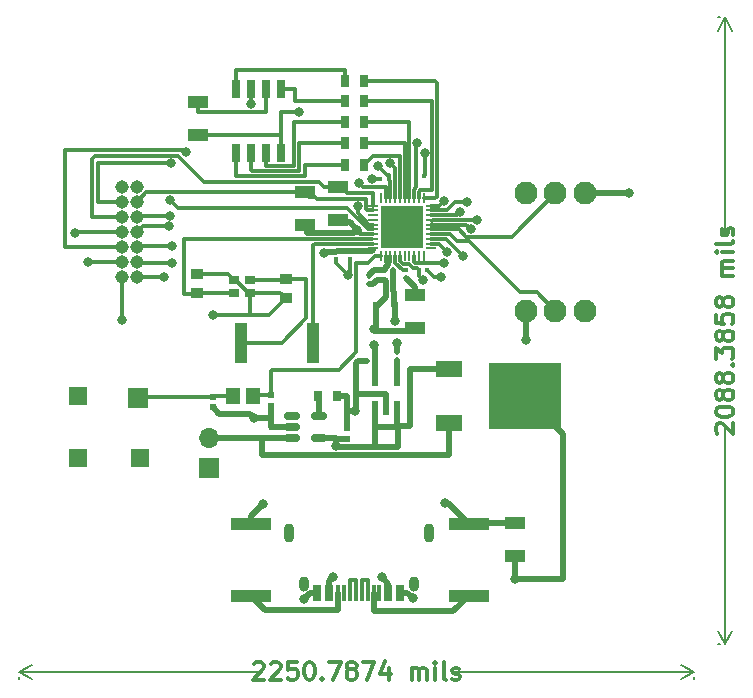
<source format=gbr>
%TF.GenerationSoftware,KiCad,Pcbnew,7.0.6*%
%TF.CreationDate,2023-08-07T11:18:25-05:00*%
%TF.ProjectId,mainv2,6d61696e-7632-42e6-9b69-6361645f7063,rev?*%
%TF.SameCoordinates,Original*%
%TF.FileFunction,Copper,L1,Top*%
%TF.FilePolarity,Positive*%
%FSLAX46Y46*%
G04 Gerber Fmt 4.6, Leading zero omitted, Abs format (unit mm)*
G04 Created by KiCad (PCBNEW 7.0.6) date 2023-08-07 11:18:25*
%MOMM*%
%LPD*%
G01*
G04 APERTURE LIST*
G04 Aperture macros list*
%AMRoundRect*
0 Rectangle with rounded corners*
0 $1 Rounding radius*
0 $2 $3 $4 $5 $6 $7 $8 $9 X,Y pos of 4 corners*
0 Add a 4 corners polygon primitive as box body*
4,1,4,$2,$3,$4,$5,$6,$7,$8,$9,$2,$3,0*
0 Add four circle primitives for the rounded corners*
1,1,$1+$1,$2,$3*
1,1,$1+$1,$4,$5*
1,1,$1+$1,$6,$7*
1,1,$1+$1,$8,$9*
0 Add four rect primitives between the rounded corners*
20,1,$1+$1,$2,$3,$4,$5,0*
20,1,$1+$1,$4,$5,$6,$7,0*
20,1,$1+$1,$6,$7,$8,$9,0*
20,1,$1+$1,$8,$9,$2,$3,0*%
G04 Aperture macros list end*
%ADD10C,0.300000*%
%TA.AperFunction,NonConductor*%
%ADD11C,0.300000*%
%TD*%
%TA.AperFunction,NonConductor*%
%ADD12C,0.200000*%
%TD*%
%TA.AperFunction,SMDPad,CuDef*%
%ADD13R,0.540000X0.940000*%
%TD*%
%TA.AperFunction,SMDPad,CuDef*%
%ADD14R,0.620000X0.600000*%
%TD*%
%TA.AperFunction,SMDPad,CuDef*%
%ADD15R,0.420000X0.420000*%
%TD*%
%TA.AperFunction,SMDPad,CuDef*%
%ADD16R,0.420000X0.460000*%
%TD*%
%TA.AperFunction,SMDPad,CuDef*%
%ADD17R,0.460000X0.420000*%
%TD*%
%TA.AperFunction,SMDPad,CuDef*%
%ADD18R,1.750000X1.100000*%
%TD*%
%TA.AperFunction,SMDPad,CuDef*%
%ADD19R,1.000000X0.950000*%
%TD*%
%TA.AperFunction,ComponentPad*%
%ADD20C,1.950000*%
%TD*%
%TA.AperFunction,SMDPad,CuDef*%
%ADD21R,0.850000X0.750000*%
%TD*%
%TA.AperFunction,ComponentPad*%
%ADD22R,1.700000X1.700000*%
%TD*%
%TA.AperFunction,ComponentPad*%
%ADD23O,1.700000X1.700000*%
%TD*%
%TA.AperFunction,SMDPad,CuDef*%
%ADD24R,0.800000X1.000000*%
%TD*%
%TA.AperFunction,SMDPad,CuDef*%
%ADD25R,3.400000X1.100000*%
%TD*%
%TA.AperFunction,SMDPad,CuDef*%
%ADD26R,0.800000X0.950000*%
%TD*%
%TA.AperFunction,SMDPad,CuDef*%
%ADD27R,0.600000X1.150000*%
%TD*%
%TA.AperFunction,SMDPad,CuDef*%
%ADD28R,2.286000X1.397000*%
%TD*%
%TA.AperFunction,SMDPad,CuDef*%
%ADD29R,6.180000X5.690000*%
%TD*%
%TA.AperFunction,ComponentPad*%
%ADD30C,1.143000*%
%TD*%
%TA.AperFunction,SMDPad,CuDef*%
%ADD31R,0.650000X1.525000*%
%TD*%
%TA.AperFunction,SMDPad,CuDef*%
%ADD32R,0.800000X1.400000*%
%TD*%
%TA.AperFunction,SMDPad,CuDef*%
%ADD33R,0.300000X1.400000*%
%TD*%
%TA.AperFunction,ComponentPad*%
%ADD34O,0.900000X1.600000*%
%TD*%
%TA.AperFunction,ComponentPad*%
%ADD35O,0.900000X1.300000*%
%TD*%
%TA.AperFunction,SMDPad,CuDef*%
%ADD36R,0.420000X0.400000*%
%TD*%
%TA.AperFunction,SMDPad,CuDef*%
%ADD37R,1.200000X1.450000*%
%TD*%
%TA.AperFunction,SMDPad,CuDef*%
%ADD38RoundRect,0.150000X-0.512500X-0.150000X0.512500X-0.150000X0.512500X0.150000X-0.512500X0.150000X0*%
%TD*%
%TA.AperFunction,SMDPad,CuDef*%
%ADD39R,0.300000X0.250000*%
%TD*%
%TA.AperFunction,SMDPad,CuDef*%
%ADD40RoundRect,0.062500X0.062500X-0.350000X0.062500X0.350000X-0.062500X0.350000X-0.062500X-0.350000X0*%
%TD*%
%TA.AperFunction,SMDPad,CuDef*%
%ADD41RoundRect,0.062500X0.350000X-0.062500X0.350000X0.062500X-0.350000X0.062500X-0.350000X-0.062500X0*%
%TD*%
%TA.AperFunction,SMDPad,CuDef*%
%ADD42R,3.600000X3.600000*%
%TD*%
%TA.AperFunction,SMDPad,CuDef*%
%ADD43R,1.700000X1.700000*%
%TD*%
%TA.AperFunction,SMDPad,CuDef*%
%ADD44R,1.600000X1.600000*%
%TD*%
%TA.AperFunction,SMDPad,CuDef*%
%ADD45R,1.070000X3.420000*%
%TD*%
%TA.AperFunction,ViaPad*%
%ADD46C,0.800000*%
%TD*%
%TA.AperFunction,ViaPad*%
%ADD47C,0.400000*%
%TD*%
%TA.AperFunction,Conductor*%
%ADD48C,0.300000*%
%TD*%
%TA.AperFunction,Conductor*%
%ADD49C,0.500000*%
%TD*%
%TA.AperFunction,Conductor*%
%ADD50C,0.250000*%
%TD*%
G04 APERTURE END LIST*
D10*
D11*
X145490716Y-126321185D02*
X145562144Y-126249757D01*
X145562144Y-126249757D02*
X145705002Y-126178328D01*
X145705002Y-126178328D02*
X146062144Y-126178328D01*
X146062144Y-126178328D02*
X146205002Y-126249757D01*
X146205002Y-126249757D02*
X146276430Y-126321185D01*
X146276430Y-126321185D02*
X146347859Y-126464042D01*
X146347859Y-126464042D02*
X146347859Y-126606900D01*
X146347859Y-126606900D02*
X146276430Y-126821185D01*
X146276430Y-126821185D02*
X145419287Y-127678328D01*
X145419287Y-127678328D02*
X146347859Y-127678328D01*
X146919287Y-126321185D02*
X146990715Y-126249757D01*
X146990715Y-126249757D02*
X147133573Y-126178328D01*
X147133573Y-126178328D02*
X147490715Y-126178328D01*
X147490715Y-126178328D02*
X147633573Y-126249757D01*
X147633573Y-126249757D02*
X147705001Y-126321185D01*
X147705001Y-126321185D02*
X147776430Y-126464042D01*
X147776430Y-126464042D02*
X147776430Y-126606900D01*
X147776430Y-126606900D02*
X147705001Y-126821185D01*
X147705001Y-126821185D02*
X146847858Y-127678328D01*
X146847858Y-127678328D02*
X147776430Y-127678328D01*
X149133572Y-126178328D02*
X148419286Y-126178328D01*
X148419286Y-126178328D02*
X148347858Y-126892614D01*
X148347858Y-126892614D02*
X148419286Y-126821185D01*
X148419286Y-126821185D02*
X148562144Y-126749757D01*
X148562144Y-126749757D02*
X148919286Y-126749757D01*
X148919286Y-126749757D02*
X149062144Y-126821185D01*
X149062144Y-126821185D02*
X149133572Y-126892614D01*
X149133572Y-126892614D02*
X149205001Y-127035471D01*
X149205001Y-127035471D02*
X149205001Y-127392614D01*
X149205001Y-127392614D02*
X149133572Y-127535471D01*
X149133572Y-127535471D02*
X149062144Y-127606900D01*
X149062144Y-127606900D02*
X148919286Y-127678328D01*
X148919286Y-127678328D02*
X148562144Y-127678328D01*
X148562144Y-127678328D02*
X148419286Y-127606900D01*
X148419286Y-127606900D02*
X148347858Y-127535471D01*
X150133572Y-126178328D02*
X150276429Y-126178328D01*
X150276429Y-126178328D02*
X150419286Y-126249757D01*
X150419286Y-126249757D02*
X150490715Y-126321185D01*
X150490715Y-126321185D02*
X150562143Y-126464042D01*
X150562143Y-126464042D02*
X150633572Y-126749757D01*
X150633572Y-126749757D02*
X150633572Y-127106900D01*
X150633572Y-127106900D02*
X150562143Y-127392614D01*
X150562143Y-127392614D02*
X150490715Y-127535471D01*
X150490715Y-127535471D02*
X150419286Y-127606900D01*
X150419286Y-127606900D02*
X150276429Y-127678328D01*
X150276429Y-127678328D02*
X150133572Y-127678328D01*
X150133572Y-127678328D02*
X149990715Y-127606900D01*
X149990715Y-127606900D02*
X149919286Y-127535471D01*
X149919286Y-127535471D02*
X149847857Y-127392614D01*
X149847857Y-127392614D02*
X149776429Y-127106900D01*
X149776429Y-127106900D02*
X149776429Y-126749757D01*
X149776429Y-126749757D02*
X149847857Y-126464042D01*
X149847857Y-126464042D02*
X149919286Y-126321185D01*
X149919286Y-126321185D02*
X149990715Y-126249757D01*
X149990715Y-126249757D02*
X150133572Y-126178328D01*
X151276428Y-127535471D02*
X151347857Y-127606900D01*
X151347857Y-127606900D02*
X151276428Y-127678328D01*
X151276428Y-127678328D02*
X151205000Y-127606900D01*
X151205000Y-127606900D02*
X151276428Y-127535471D01*
X151276428Y-127535471D02*
X151276428Y-127678328D01*
X151847857Y-126178328D02*
X152847857Y-126178328D01*
X152847857Y-126178328D02*
X152205000Y-127678328D01*
X153633571Y-126821185D02*
X153490714Y-126749757D01*
X153490714Y-126749757D02*
X153419285Y-126678328D01*
X153419285Y-126678328D02*
X153347857Y-126535471D01*
X153347857Y-126535471D02*
X153347857Y-126464042D01*
X153347857Y-126464042D02*
X153419285Y-126321185D01*
X153419285Y-126321185D02*
X153490714Y-126249757D01*
X153490714Y-126249757D02*
X153633571Y-126178328D01*
X153633571Y-126178328D02*
X153919285Y-126178328D01*
X153919285Y-126178328D02*
X154062143Y-126249757D01*
X154062143Y-126249757D02*
X154133571Y-126321185D01*
X154133571Y-126321185D02*
X154205000Y-126464042D01*
X154205000Y-126464042D02*
X154205000Y-126535471D01*
X154205000Y-126535471D02*
X154133571Y-126678328D01*
X154133571Y-126678328D02*
X154062143Y-126749757D01*
X154062143Y-126749757D02*
X153919285Y-126821185D01*
X153919285Y-126821185D02*
X153633571Y-126821185D01*
X153633571Y-126821185D02*
X153490714Y-126892614D01*
X153490714Y-126892614D02*
X153419285Y-126964042D01*
X153419285Y-126964042D02*
X153347857Y-127106900D01*
X153347857Y-127106900D02*
X153347857Y-127392614D01*
X153347857Y-127392614D02*
X153419285Y-127535471D01*
X153419285Y-127535471D02*
X153490714Y-127606900D01*
X153490714Y-127606900D02*
X153633571Y-127678328D01*
X153633571Y-127678328D02*
X153919285Y-127678328D01*
X153919285Y-127678328D02*
X154062143Y-127606900D01*
X154062143Y-127606900D02*
X154133571Y-127535471D01*
X154133571Y-127535471D02*
X154205000Y-127392614D01*
X154205000Y-127392614D02*
X154205000Y-127106900D01*
X154205000Y-127106900D02*
X154133571Y-126964042D01*
X154133571Y-126964042D02*
X154062143Y-126892614D01*
X154062143Y-126892614D02*
X153919285Y-126821185D01*
X154704999Y-126178328D02*
X155704999Y-126178328D01*
X155704999Y-126178328D02*
X155062142Y-127678328D01*
X156919285Y-126678328D02*
X156919285Y-127678328D01*
X156562142Y-126106900D02*
X156204999Y-127178328D01*
X156204999Y-127178328D02*
X157133570Y-127178328D01*
X158847855Y-127678328D02*
X158847855Y-126678328D01*
X158847855Y-126821185D02*
X158919284Y-126749757D01*
X158919284Y-126749757D02*
X159062141Y-126678328D01*
X159062141Y-126678328D02*
X159276427Y-126678328D01*
X159276427Y-126678328D02*
X159419284Y-126749757D01*
X159419284Y-126749757D02*
X159490713Y-126892614D01*
X159490713Y-126892614D02*
X159490713Y-127678328D01*
X159490713Y-126892614D02*
X159562141Y-126749757D01*
X159562141Y-126749757D02*
X159704998Y-126678328D01*
X159704998Y-126678328D02*
X159919284Y-126678328D01*
X159919284Y-126678328D02*
X160062141Y-126749757D01*
X160062141Y-126749757D02*
X160133570Y-126892614D01*
X160133570Y-126892614D02*
X160133570Y-127678328D01*
X160847855Y-127678328D02*
X160847855Y-126678328D01*
X160847855Y-126178328D02*
X160776427Y-126249757D01*
X160776427Y-126249757D02*
X160847855Y-126321185D01*
X160847855Y-126321185D02*
X160919284Y-126249757D01*
X160919284Y-126249757D02*
X160847855Y-126178328D01*
X160847855Y-126178328D02*
X160847855Y-126321185D01*
X161776427Y-127678328D02*
X161633570Y-127606900D01*
X161633570Y-127606900D02*
X161562141Y-127464042D01*
X161562141Y-127464042D02*
X161562141Y-126178328D01*
X162276427Y-127606900D02*
X162419284Y-127678328D01*
X162419284Y-127678328D02*
X162704998Y-127678328D01*
X162704998Y-127678328D02*
X162847855Y-127606900D01*
X162847855Y-127606900D02*
X162919284Y-127464042D01*
X162919284Y-127464042D02*
X162919284Y-127392614D01*
X162919284Y-127392614D02*
X162847855Y-127249757D01*
X162847855Y-127249757D02*
X162704998Y-127178328D01*
X162704998Y-127178328D02*
X162490713Y-127178328D01*
X162490713Y-127178328D02*
X162347855Y-127106900D01*
X162347855Y-127106900D02*
X162276427Y-126964042D01*
X162276427Y-126964042D02*
X162276427Y-126892614D01*
X162276427Y-126892614D02*
X162347855Y-126749757D01*
X162347855Y-126749757D02*
X162490713Y-126678328D01*
X162490713Y-126678328D02*
X162704998Y-126678328D01*
X162704998Y-126678328D02*
X162847855Y-126749757D01*
D12*
X182790000Y-127500000D02*
X182790000Y-127586420D01*
X125620000Y-127500000D02*
X125620000Y-127586420D01*
X182790000Y-127000000D02*
X162469285Y-127000000D01*
X145940716Y-127000000D02*
X125620000Y-127000000D01*
X182790000Y-127000000D02*
X181663496Y-127586421D01*
X182790000Y-127000000D02*
X181663496Y-126413579D01*
X125620000Y-127000000D02*
X126746504Y-126413579D01*
X125620000Y-127000000D02*
X126746504Y-127586421D01*
D10*
D11*
X184741185Y-106851783D02*
X184669757Y-106780355D01*
X184669757Y-106780355D02*
X184598328Y-106637498D01*
X184598328Y-106637498D02*
X184598328Y-106280355D01*
X184598328Y-106280355D02*
X184669757Y-106137498D01*
X184669757Y-106137498D02*
X184741185Y-106066069D01*
X184741185Y-106066069D02*
X184884042Y-105994640D01*
X184884042Y-105994640D02*
X185026900Y-105994640D01*
X185026900Y-105994640D02*
X185241185Y-106066069D01*
X185241185Y-106066069D02*
X186098328Y-106923212D01*
X186098328Y-106923212D02*
X186098328Y-105994640D01*
X184598328Y-105066069D02*
X184598328Y-104923212D01*
X184598328Y-104923212D02*
X184669757Y-104780355D01*
X184669757Y-104780355D02*
X184741185Y-104708927D01*
X184741185Y-104708927D02*
X184884042Y-104637498D01*
X184884042Y-104637498D02*
X185169757Y-104566069D01*
X185169757Y-104566069D02*
X185526900Y-104566069D01*
X185526900Y-104566069D02*
X185812614Y-104637498D01*
X185812614Y-104637498D02*
X185955471Y-104708927D01*
X185955471Y-104708927D02*
X186026900Y-104780355D01*
X186026900Y-104780355D02*
X186098328Y-104923212D01*
X186098328Y-104923212D02*
X186098328Y-105066069D01*
X186098328Y-105066069D02*
X186026900Y-105208927D01*
X186026900Y-105208927D02*
X185955471Y-105280355D01*
X185955471Y-105280355D02*
X185812614Y-105351784D01*
X185812614Y-105351784D02*
X185526900Y-105423212D01*
X185526900Y-105423212D02*
X185169757Y-105423212D01*
X185169757Y-105423212D02*
X184884042Y-105351784D01*
X184884042Y-105351784D02*
X184741185Y-105280355D01*
X184741185Y-105280355D02*
X184669757Y-105208927D01*
X184669757Y-105208927D02*
X184598328Y-105066069D01*
X185241185Y-103708927D02*
X185169757Y-103851784D01*
X185169757Y-103851784D02*
X185098328Y-103923213D01*
X185098328Y-103923213D02*
X184955471Y-103994641D01*
X184955471Y-103994641D02*
X184884042Y-103994641D01*
X184884042Y-103994641D02*
X184741185Y-103923213D01*
X184741185Y-103923213D02*
X184669757Y-103851784D01*
X184669757Y-103851784D02*
X184598328Y-103708927D01*
X184598328Y-103708927D02*
X184598328Y-103423213D01*
X184598328Y-103423213D02*
X184669757Y-103280356D01*
X184669757Y-103280356D02*
X184741185Y-103208927D01*
X184741185Y-103208927D02*
X184884042Y-103137498D01*
X184884042Y-103137498D02*
X184955471Y-103137498D01*
X184955471Y-103137498D02*
X185098328Y-103208927D01*
X185098328Y-103208927D02*
X185169757Y-103280356D01*
X185169757Y-103280356D02*
X185241185Y-103423213D01*
X185241185Y-103423213D02*
X185241185Y-103708927D01*
X185241185Y-103708927D02*
X185312614Y-103851784D01*
X185312614Y-103851784D02*
X185384042Y-103923213D01*
X185384042Y-103923213D02*
X185526900Y-103994641D01*
X185526900Y-103994641D02*
X185812614Y-103994641D01*
X185812614Y-103994641D02*
X185955471Y-103923213D01*
X185955471Y-103923213D02*
X186026900Y-103851784D01*
X186026900Y-103851784D02*
X186098328Y-103708927D01*
X186098328Y-103708927D02*
X186098328Y-103423213D01*
X186098328Y-103423213D02*
X186026900Y-103280356D01*
X186026900Y-103280356D02*
X185955471Y-103208927D01*
X185955471Y-103208927D02*
X185812614Y-103137498D01*
X185812614Y-103137498D02*
X185526900Y-103137498D01*
X185526900Y-103137498D02*
X185384042Y-103208927D01*
X185384042Y-103208927D02*
X185312614Y-103280356D01*
X185312614Y-103280356D02*
X185241185Y-103423213D01*
X185241185Y-102280356D02*
X185169757Y-102423213D01*
X185169757Y-102423213D02*
X185098328Y-102494642D01*
X185098328Y-102494642D02*
X184955471Y-102566070D01*
X184955471Y-102566070D02*
X184884042Y-102566070D01*
X184884042Y-102566070D02*
X184741185Y-102494642D01*
X184741185Y-102494642D02*
X184669757Y-102423213D01*
X184669757Y-102423213D02*
X184598328Y-102280356D01*
X184598328Y-102280356D02*
X184598328Y-101994642D01*
X184598328Y-101994642D02*
X184669757Y-101851785D01*
X184669757Y-101851785D02*
X184741185Y-101780356D01*
X184741185Y-101780356D02*
X184884042Y-101708927D01*
X184884042Y-101708927D02*
X184955471Y-101708927D01*
X184955471Y-101708927D02*
X185098328Y-101780356D01*
X185098328Y-101780356D02*
X185169757Y-101851785D01*
X185169757Y-101851785D02*
X185241185Y-101994642D01*
X185241185Y-101994642D02*
X185241185Y-102280356D01*
X185241185Y-102280356D02*
X185312614Y-102423213D01*
X185312614Y-102423213D02*
X185384042Y-102494642D01*
X185384042Y-102494642D02*
X185526900Y-102566070D01*
X185526900Y-102566070D02*
X185812614Y-102566070D01*
X185812614Y-102566070D02*
X185955471Y-102494642D01*
X185955471Y-102494642D02*
X186026900Y-102423213D01*
X186026900Y-102423213D02*
X186098328Y-102280356D01*
X186098328Y-102280356D02*
X186098328Y-101994642D01*
X186098328Y-101994642D02*
X186026900Y-101851785D01*
X186026900Y-101851785D02*
X185955471Y-101780356D01*
X185955471Y-101780356D02*
X185812614Y-101708927D01*
X185812614Y-101708927D02*
X185526900Y-101708927D01*
X185526900Y-101708927D02*
X185384042Y-101780356D01*
X185384042Y-101780356D02*
X185312614Y-101851785D01*
X185312614Y-101851785D02*
X185241185Y-101994642D01*
X185955471Y-101066071D02*
X186026900Y-100994642D01*
X186026900Y-100994642D02*
X186098328Y-101066071D01*
X186098328Y-101066071D02*
X186026900Y-101137499D01*
X186026900Y-101137499D02*
X185955471Y-101066071D01*
X185955471Y-101066071D02*
X186098328Y-101066071D01*
X184598328Y-100494642D02*
X184598328Y-99566070D01*
X184598328Y-99566070D02*
X185169757Y-100066070D01*
X185169757Y-100066070D02*
X185169757Y-99851785D01*
X185169757Y-99851785D02*
X185241185Y-99708928D01*
X185241185Y-99708928D02*
X185312614Y-99637499D01*
X185312614Y-99637499D02*
X185455471Y-99566070D01*
X185455471Y-99566070D02*
X185812614Y-99566070D01*
X185812614Y-99566070D02*
X185955471Y-99637499D01*
X185955471Y-99637499D02*
X186026900Y-99708928D01*
X186026900Y-99708928D02*
X186098328Y-99851785D01*
X186098328Y-99851785D02*
X186098328Y-100280356D01*
X186098328Y-100280356D02*
X186026900Y-100423213D01*
X186026900Y-100423213D02*
X185955471Y-100494642D01*
X185241185Y-98708928D02*
X185169757Y-98851785D01*
X185169757Y-98851785D02*
X185098328Y-98923214D01*
X185098328Y-98923214D02*
X184955471Y-98994642D01*
X184955471Y-98994642D02*
X184884042Y-98994642D01*
X184884042Y-98994642D02*
X184741185Y-98923214D01*
X184741185Y-98923214D02*
X184669757Y-98851785D01*
X184669757Y-98851785D02*
X184598328Y-98708928D01*
X184598328Y-98708928D02*
X184598328Y-98423214D01*
X184598328Y-98423214D02*
X184669757Y-98280357D01*
X184669757Y-98280357D02*
X184741185Y-98208928D01*
X184741185Y-98208928D02*
X184884042Y-98137499D01*
X184884042Y-98137499D02*
X184955471Y-98137499D01*
X184955471Y-98137499D02*
X185098328Y-98208928D01*
X185098328Y-98208928D02*
X185169757Y-98280357D01*
X185169757Y-98280357D02*
X185241185Y-98423214D01*
X185241185Y-98423214D02*
X185241185Y-98708928D01*
X185241185Y-98708928D02*
X185312614Y-98851785D01*
X185312614Y-98851785D02*
X185384042Y-98923214D01*
X185384042Y-98923214D02*
X185526900Y-98994642D01*
X185526900Y-98994642D02*
X185812614Y-98994642D01*
X185812614Y-98994642D02*
X185955471Y-98923214D01*
X185955471Y-98923214D02*
X186026900Y-98851785D01*
X186026900Y-98851785D02*
X186098328Y-98708928D01*
X186098328Y-98708928D02*
X186098328Y-98423214D01*
X186098328Y-98423214D02*
X186026900Y-98280357D01*
X186026900Y-98280357D02*
X185955471Y-98208928D01*
X185955471Y-98208928D02*
X185812614Y-98137499D01*
X185812614Y-98137499D02*
X185526900Y-98137499D01*
X185526900Y-98137499D02*
X185384042Y-98208928D01*
X185384042Y-98208928D02*
X185312614Y-98280357D01*
X185312614Y-98280357D02*
X185241185Y-98423214D01*
X184598328Y-96780357D02*
X184598328Y-97494643D01*
X184598328Y-97494643D02*
X185312614Y-97566071D01*
X185312614Y-97566071D02*
X185241185Y-97494643D01*
X185241185Y-97494643D02*
X185169757Y-97351786D01*
X185169757Y-97351786D02*
X185169757Y-96994643D01*
X185169757Y-96994643D02*
X185241185Y-96851786D01*
X185241185Y-96851786D02*
X185312614Y-96780357D01*
X185312614Y-96780357D02*
X185455471Y-96708928D01*
X185455471Y-96708928D02*
X185812614Y-96708928D01*
X185812614Y-96708928D02*
X185955471Y-96780357D01*
X185955471Y-96780357D02*
X186026900Y-96851786D01*
X186026900Y-96851786D02*
X186098328Y-96994643D01*
X186098328Y-96994643D02*
X186098328Y-97351786D01*
X186098328Y-97351786D02*
X186026900Y-97494643D01*
X186026900Y-97494643D02*
X185955471Y-97566071D01*
X185241185Y-95851786D02*
X185169757Y-95994643D01*
X185169757Y-95994643D02*
X185098328Y-96066072D01*
X185098328Y-96066072D02*
X184955471Y-96137500D01*
X184955471Y-96137500D02*
X184884042Y-96137500D01*
X184884042Y-96137500D02*
X184741185Y-96066072D01*
X184741185Y-96066072D02*
X184669757Y-95994643D01*
X184669757Y-95994643D02*
X184598328Y-95851786D01*
X184598328Y-95851786D02*
X184598328Y-95566072D01*
X184598328Y-95566072D02*
X184669757Y-95423215D01*
X184669757Y-95423215D02*
X184741185Y-95351786D01*
X184741185Y-95351786D02*
X184884042Y-95280357D01*
X184884042Y-95280357D02*
X184955471Y-95280357D01*
X184955471Y-95280357D02*
X185098328Y-95351786D01*
X185098328Y-95351786D02*
X185169757Y-95423215D01*
X185169757Y-95423215D02*
X185241185Y-95566072D01*
X185241185Y-95566072D02*
X185241185Y-95851786D01*
X185241185Y-95851786D02*
X185312614Y-95994643D01*
X185312614Y-95994643D02*
X185384042Y-96066072D01*
X185384042Y-96066072D02*
X185526900Y-96137500D01*
X185526900Y-96137500D02*
X185812614Y-96137500D01*
X185812614Y-96137500D02*
X185955471Y-96066072D01*
X185955471Y-96066072D02*
X186026900Y-95994643D01*
X186026900Y-95994643D02*
X186098328Y-95851786D01*
X186098328Y-95851786D02*
X186098328Y-95566072D01*
X186098328Y-95566072D02*
X186026900Y-95423215D01*
X186026900Y-95423215D02*
X185955471Y-95351786D01*
X185955471Y-95351786D02*
X185812614Y-95280357D01*
X185812614Y-95280357D02*
X185526900Y-95280357D01*
X185526900Y-95280357D02*
X185384042Y-95351786D01*
X185384042Y-95351786D02*
X185312614Y-95423215D01*
X185312614Y-95423215D02*
X185241185Y-95566072D01*
X186098328Y-93494644D02*
X185098328Y-93494644D01*
X185241185Y-93494644D02*
X185169757Y-93423215D01*
X185169757Y-93423215D02*
X185098328Y-93280358D01*
X185098328Y-93280358D02*
X185098328Y-93066072D01*
X185098328Y-93066072D02*
X185169757Y-92923215D01*
X185169757Y-92923215D02*
X185312614Y-92851787D01*
X185312614Y-92851787D02*
X186098328Y-92851787D01*
X185312614Y-92851787D02*
X185169757Y-92780358D01*
X185169757Y-92780358D02*
X185098328Y-92637501D01*
X185098328Y-92637501D02*
X185098328Y-92423215D01*
X185098328Y-92423215D02*
X185169757Y-92280358D01*
X185169757Y-92280358D02*
X185312614Y-92208929D01*
X185312614Y-92208929D02*
X186098328Y-92208929D01*
X186098328Y-91494644D02*
X185098328Y-91494644D01*
X184598328Y-91494644D02*
X184669757Y-91566072D01*
X184669757Y-91566072D02*
X184741185Y-91494644D01*
X184741185Y-91494644D02*
X184669757Y-91423215D01*
X184669757Y-91423215D02*
X184598328Y-91494644D01*
X184598328Y-91494644D02*
X184741185Y-91494644D01*
X186098328Y-90566072D02*
X186026900Y-90708929D01*
X186026900Y-90708929D02*
X185884042Y-90780358D01*
X185884042Y-90780358D02*
X184598328Y-90780358D01*
X186026900Y-90066072D02*
X186098328Y-89923215D01*
X186098328Y-89923215D02*
X186098328Y-89637501D01*
X186098328Y-89637501D02*
X186026900Y-89494644D01*
X186026900Y-89494644D02*
X185884042Y-89423215D01*
X185884042Y-89423215D02*
X185812614Y-89423215D01*
X185812614Y-89423215D02*
X185669757Y-89494644D01*
X185669757Y-89494644D02*
X185598328Y-89637501D01*
X185598328Y-89637501D02*
X185598328Y-89851787D01*
X185598328Y-89851787D02*
X185526900Y-89994644D01*
X185526900Y-89994644D02*
X185384042Y-90066072D01*
X185384042Y-90066072D02*
X185312614Y-90066072D01*
X185312614Y-90066072D02*
X185169757Y-89994644D01*
X185169757Y-89994644D02*
X185098328Y-89851787D01*
X185098328Y-89851787D02*
X185098328Y-89637501D01*
X185098328Y-89637501D02*
X185169757Y-89494644D01*
D12*
X184920000Y-124660000D02*
X184833580Y-124660000D01*
X184920000Y-71615000D02*
X184833580Y-71615000D01*
X185420000Y-124660000D02*
X185420000Y-106401784D01*
X185420000Y-89873215D02*
X185420000Y-71615000D01*
X185420000Y-124660000D02*
X184833579Y-123533496D01*
X185420000Y-124660000D02*
X186006421Y-123533496D01*
X185420000Y-71615000D02*
X186006421Y-72741504D01*
X185420000Y-71615000D02*
X184833579Y-72741504D01*
D13*
%TO.P,C4,1*%
%TO.N,+3.3V*%
X155860000Y-96100000D03*
%TO.P,C4,2*%
%TO.N,GND*%
X157460000Y-96100000D03*
%TD*%
D14*
%TO.P,C16,1*%
%TO.N,Net-(J2-Pin_2)*%
X147000000Y-107210000D03*
%TO.P,C16,2*%
%TO.N,GND*%
X147000000Y-106290000D03*
%TD*%
D15*
%TO.P,C1,1*%
%TO.N,Net-(C1-Pad1)*%
X156580000Y-93000000D03*
%TO.P,C1,2*%
%TO.N,GND*%
X157280000Y-93000000D03*
%TD*%
D16*
%TO.P,C13,1*%
%TO.N,GND*%
X157630000Y-99980000D03*
%TO.P,C13,2*%
%TO.N,Net-(IC1-ADJ{slash}BYP)*%
X157630000Y-100640000D03*
%TD*%
D15*
%TO.P,C11,1*%
%TO.N,GND*%
X159950000Y-84070000D03*
%TO.P,C11,2*%
%TO.N,/VDD_SPI*%
X159250000Y-84070000D03*
%TD*%
D14*
%TO.P,C15,1*%
%TO.N,VBUS*%
X153380000Y-107270000D03*
%TO.P,C15,2*%
%TO.N,GND*%
X153380000Y-106350000D03*
%TD*%
D17*
%TO.P,C12,1*%
%TO.N,GND*%
X159905000Y-85045000D03*
%TO.P,C12,2*%
%TO.N,/VDD_SPI*%
X159245000Y-85045000D03*
%TD*%
D18*
%TO.P,R13,1*%
%TO.N,VBUS*%
X167580000Y-117230000D03*
%TO.P,R13,2*%
%TO.N,GND*%
X167580000Y-114430000D03*
%TD*%
D19*
%TO.P,C10,1*%
%TO.N,/XTAL_N*%
X140670000Y-94970000D03*
%TO.P,C10,2*%
%TO.N,GND*%
X140670000Y-93370000D03*
%TD*%
D18*
%TO.P,R15,1*%
%TO.N,+3.3V*%
X159170000Y-97880000D03*
%TO.P,R15,2*%
%TO.N,Net-(C17-Pad1)*%
X159170000Y-95080000D03*
%TD*%
D15*
%TO.P,C5,1*%
%TO.N,+3.3V*%
X159480000Y-93000000D03*
%TO.P,C5,2*%
%TO.N,GND*%
X160180000Y-93000000D03*
%TD*%
D20*
%TO.P,S1,1,N.O._1*%
%TO.N,+3.3V*%
X173530000Y-86480000D03*
%TO.P,S1,2,C_1*%
%TO.N,Net-(S1-C_1)*%
X171030000Y-86480000D03*
%TO.P,S1,3,N.C._1*%
%TO.N,GND*%
X168530000Y-86480000D03*
%TO.P,S1,4,N.C._2*%
%TO.N,+3.3V*%
X168530000Y-96480000D03*
%TO.P,S1,5,C_2*%
%TO.N,Net-(S1-C_2)*%
X171030000Y-96480000D03*
%TO.P,S1,6,N.O._2*%
%TO.N,unconnected-(S1-N.O._2-Pad6)*%
X173530000Y-96480000D03*
%TD*%
D17*
%TO.P,C14,1*%
%TO.N,+3.3V*%
X155720000Y-100690000D03*
%TO.P,C14,2*%
%TO.N,GND*%
X155060000Y-100690000D03*
%TD*%
D21*
%TO.P,Y2,1,IN/OUT*%
%TO.N,Net-(Y2-IN{slash}OUT)*%
X145140000Y-93860000D03*
%TO.P,Y2,2,GND_1*%
%TO.N,GND*%
X143790000Y-93860000D03*
%TO.P,Y2,3,OUT/IN*%
%TO.N,/XTAL_N*%
X143790000Y-94910000D03*
%TO.P,Y2,4,GND_2*%
%TO.N,GND*%
X145140000Y-94910000D03*
%TD*%
D22*
%TO.P,J2,1,Pin_1*%
%TO.N,GND*%
X141720000Y-109800000D03*
D23*
%TO.P,J2,2,Pin_2*%
%TO.N,Net-(J2-Pin_2)*%
X141720000Y-107260000D03*
%TD*%
D18*
%TO.P,R9,1*%
%TO.N,+3.3V*%
X149790000Y-89220000D03*
%TO.P,R9,2*%
%TO.N,/I2CEXT0_SDA_in*%
X149790000Y-86420000D03*
%TD*%
D24*
%TO.P,R2,1*%
%TO.N,/SPIWP*%
X153200000Y-78660000D03*
%TO.P,R2,2*%
%TO.N,Net-(U1-SPIWP{slash}GPIO26)*%
X154800000Y-78660000D03*
%TD*%
D15*
%TO.P,C2,1*%
%TO.N,+3.3V*%
X156670000Y-94890000D03*
%TO.P,C2,2*%
%TO.N,GND*%
X157370000Y-94890000D03*
%TD*%
D25*
%TO.P,R11,1*%
%TO.N,GND*%
X163700000Y-114470000D03*
%TO.P,R11,2*%
%TO.N,Net-(J1-CC1)*%
X163700000Y-120570000D03*
%TD*%
D18*
%TO.P,R7,1*%
%TO.N,/SPICS0*%
X140770000Y-81560000D03*
%TO.P,R7,2*%
%TO.N,Net-(IC3-VCC)*%
X140770000Y-78760000D03*
%TD*%
D15*
%TO.P,C6,1*%
%TO.N,+3.3V*%
X156910000Y-85310000D03*
%TO.P,C6,2*%
%TO.N,GND*%
X156210000Y-85310000D03*
%TD*%
D26*
%TO.P,R12,1*%
%TO.N,Net-(U2-PROG)*%
X150910000Y-103660000D03*
%TO.P,R12,2*%
%TO.N,GND*%
X152510000Y-103660000D03*
%TD*%
D27*
%TO.P,IC1,1,VIN*%
%TO.N,VBUS*%
X155710000Y-104690000D03*
%TO.P,IC1,2,GND*%
%TO.N,GND*%
X156660000Y-104690000D03*
%TO.P,IC1,3,EN*%
%TO.N,VBUS*%
X157610000Y-104690000D03*
%TO.P,IC1,4,ADJ/BYP*%
%TO.N,Net-(IC1-ADJ{slash}BYP)*%
X157610000Y-102190000D03*
%TO.P,IC1,5,VOUT*%
%TO.N,+3.3V*%
X155710000Y-102190000D03*
%TD*%
D28*
%TO.P,Q1,1,D*%
%TO.N,VBUS*%
X162017000Y-101404000D03*
D29*
%TO.P,Q1,2,G*%
X168453000Y-103690000D03*
D28*
%TO.P,Q1,3,S*%
%TO.N,Net-(J2-Pin_2)*%
X162017000Y-105976000D03*
%TD*%
D14*
%TO.P,C18,1*%
%TO.N,GND*%
X146980000Y-104530000D03*
%TO.P,C18,2*%
%TO.N,Net-(U1-ANT)*%
X146980000Y-103610000D03*
%TD*%
D19*
%TO.P,C9,1*%
%TO.N,Net-(Y2-IN{slash}OUT)*%
X148220000Y-93780000D03*
%TO.P,C9,2*%
%TO.N,GND*%
X148220000Y-95380000D03*
%TD*%
D30*
%TO.P,J4,1,1*%
%TO.N,/VDD_SPI*%
X135580000Y-93570000D03*
%TO.P,J4,2,2*%
%TO.N,GND*%
X134310000Y-93570000D03*
%TO.P,J4,3,3*%
%TO.N,/FSPIQ*%
X135580000Y-92300000D03*
%TO.P,J4,4,4*%
%TO.N,/FSPID*%
X134310000Y-92300000D03*
%TO.P,J4,5,5*%
%TO.N,/FSPICLK*%
X135580000Y-91030000D03*
%TO.P,J4,6,6*%
%TO.N,/FSPICS0*%
X134310000Y-91030000D03*
%TO.P,J4,7,7*%
%TO.N,/D{slash}C*%
X135580000Y-89760000D03*
%TO.P,J4,8,8*%
%TO.N,/LCD_RST*%
X134310000Y-89760000D03*
%TO.P,J4,9,9*%
%TO.N,/LCD_BL*%
X135580000Y-88490000D03*
%TO.P,J4,10,10*%
%TO.N,/I2CEXT0_SCL_in*%
X134310000Y-88490000D03*
%TO.P,J4,11,11*%
%TO.N,/I2CEXT0_SDA_in*%
X135580000Y-87220000D03*
%TO.P,J4,12,12*%
%TO.N,/TP_INT*%
X134310000Y-87220000D03*
%TO.P,J4,13,13*%
%TO.N,/TP_RST*%
X135580000Y-85950000D03*
%TO.P,J4,14,14*%
%TO.N,unconnected-(J4-Pad14)*%
X134310000Y-85950000D03*
%TD*%
D16*
%TO.P,C17,1*%
%TO.N,Net-(C17-Pad1)*%
X158400000Y-93680000D03*
%TO.P,C17,2*%
%TO.N,Net-(U1-CHIP_PU)*%
X158400000Y-93020000D03*
%TD*%
D31*
%TO.P,IC3,1,SI*%
%TO.N,/SPID*%
X143985000Y-83102000D03*
%TO.P,IC3,2,SCK*%
%TO.N,/SPICLK*%
X145255000Y-83102000D03*
%TO.P,IC3,3,~{RESET}*%
%TO.N,/SPIHD*%
X146525000Y-83102000D03*
%TO.P,IC3,4,~{CS}*%
%TO.N,/SPICS0*%
X147795000Y-83102000D03*
%TO.P,IC3,5,~{WP}*%
%TO.N,/SPIWP*%
X147795000Y-77678000D03*
%TO.P,IC3,6,VCC*%
%TO.N,Net-(IC3-VCC)*%
X146525000Y-77678000D03*
%TO.P,IC3,7,GND*%
%TO.N,GND*%
X145255000Y-77678000D03*
%TO.P,IC3,8,SO*%
%TO.N,/SPIQ*%
X143985000Y-77678000D03*
%TD*%
D32*
%TO.P,J1,A1_B12,GND*%
%TO.N,GND*%
X157880000Y-120340000D03*
%TO.P,J1,A4_B9,VBUS*%
%TO.N,VBUS*%
X156880000Y-120340000D03*
D33*
%TO.P,J1,A5,CC1*%
%TO.N,Net-(J1-CC1)*%
X155630000Y-120340000D03*
%TO.P,J1,A6,D1+*%
%TO.N,/D1+*%
X154630000Y-120340000D03*
%TO.P,J1,A7,D1-*%
%TO.N,/D1-*%
X154130000Y-120340000D03*
%TO.P,J1,A8,SBU1*%
%TO.N,unconnected-(J1-SBU1-PadA8)*%
X153130000Y-120340000D03*
D32*
%TO.P,J1,A9_B4,VBUS*%
%TO.N,VBUS*%
X151880000Y-120340000D03*
%TO.P,J1,A12_B1,GND*%
%TO.N,GND*%
X150880000Y-120340000D03*
D33*
%TO.P,J1,B5,CC2*%
%TO.N,Net-(J1-CC2)*%
X152630000Y-120340000D03*
%TO.P,J1,B6,D2+*%
%TO.N,/D1-*%
X153630000Y-120340000D03*
%TO.P,J1,B7,D2-*%
%TO.N,/D1+*%
X155130000Y-120340000D03*
%TO.P,J1,B8,SBU2*%
%TO.N,unconnected-(J1-SBU2-PadB8)*%
X156130000Y-120340000D03*
D34*
%TO.P,J1,S1,SHELL_GND*%
%TO.N,GND*%
X160300000Y-115240000D03*
%TO.P,J1,S2,SHELL_GND*%
X148460000Y-115240000D03*
D35*
%TO.P,J1,S3,SHELL_GND*%
X159030000Y-119560000D03*
%TO.P,J1,S4,SHELL_GND*%
X149730000Y-119560000D03*
%TD*%
D36*
%TO.P,C8,1*%
%TO.N,+3.3V*%
X152470000Y-91480000D03*
%TO.P,C8,2*%
%TO.N,GND*%
X152470000Y-92040000D03*
%TD*%
D37*
%TO.P,L2,1,1*%
%TO.N,/ANT*%
X143730000Y-103660000D03*
%TO.P,L2,2,2*%
%TO.N,Net-(U1-ANT)*%
X145430000Y-103660000D03*
%TD*%
D14*
%TO.P,C19,1*%
%TO.N,GND*%
X142020000Y-104640000D03*
%TO.P,C19,2*%
%TO.N,/ANT*%
X142020000Y-103720000D03*
%TD*%
D16*
%TO.P,C7,1*%
%TO.N,+3.3V*%
X153610000Y-91390000D03*
%TO.P,C7,2*%
%TO.N,GND*%
X153610000Y-92050000D03*
%TD*%
D17*
%TO.P,C3,1*%
%TO.N,+3.3V*%
X156610000Y-93850000D03*
%TO.P,C3,2*%
%TO.N,GND*%
X157270000Y-93850000D03*
%TD*%
D18*
%TO.P,R8,1*%
%TO.N,+3.3V*%
X152630000Y-88780000D03*
%TO.P,R8,2*%
%TO.N,/I2CEXT0_SCL_in*%
X152630000Y-85980000D03*
%TD*%
D25*
%TO.P,R14,1*%
%TO.N,Net-(J1-CC2)*%
X145290000Y-120610000D03*
%TO.P,R14,2*%
%TO.N,GND*%
X145290000Y-114510000D03*
%TD*%
D38*
%TO.P,U2,1,STAT*%
%TO.N,unconnected-(U2-STAT-Pad1)*%
X148732500Y-105360000D03*
%TO.P,U2,2,V_{SS}*%
%TO.N,GND*%
X148732500Y-106310000D03*
%TO.P,U2,3,V_{BAT}*%
%TO.N,Net-(J2-Pin_2)*%
X148732500Y-107260000D03*
%TO.P,U2,4,V_{DD}*%
%TO.N,VBUS*%
X151007500Y-107260000D03*
%TO.P,U2,5,PROG*%
%TO.N,Net-(U2-PROG)*%
X151007500Y-105360000D03*
%TD*%
D24*
%TO.P,R3,1*%
%TO.N,/SPIHD*%
X153220000Y-80440000D03*
%TO.P,R3,2*%
%TO.N,Net-(U1-SPIHD{slash}GPIO28)*%
X154820000Y-80440000D03*
%TD*%
D39*
%TO.P,L1,1,1*%
%TO.N,+3.3V*%
X155220000Y-94180000D03*
%TO.P,L1,2,2*%
%TO.N,Net-(C1-Pad1)*%
X155220000Y-93630000D03*
%TD*%
D40*
%TO.P,U1,1,ANT*%
%TO.N,Net-(U1-ANT)*%
X156260000Y-91797500D03*
%TO.P,U1,2,VDDA3P3*%
%TO.N,Net-(C1-Pad1)*%
X156660000Y-91797500D03*
%TO.P,U1,3,VDDA3P3*%
X157060000Y-91797500D03*
%TO.P,U1,4,CHIP_PU*%
%TO.N,Net-(U1-CHIP_PU)*%
X157460000Y-91797500D03*
%TO.P,U1,5,VDDPST1*%
%TO.N,+3.3V*%
X157860000Y-91797500D03*
%TO.P,U1,6,GPIO0/XTAL_32K_P/ADC1_CH0*%
%TO.N,unconnected-(U1-GPIO0{slash}XTAL_32K_P{slash}ADC1_CH0-Pad6)*%
X158260000Y-91797500D03*
%TO.P,U1,7,GPIO1/XTAL_32K_N/ADC1_CH1*%
%TO.N,unconnected-(U1-GPIO1{slash}XTAL_32K_N{slash}ADC1_CH1-Pad7)*%
X158660000Y-91797500D03*
%TO.P,U1,8,GPIO2/FSPIQ/ADC1_CH2*%
%TO.N,/FSPIQ*%
X159060000Y-91797500D03*
%TO.P,U1,9,GPIO3/ADC1_CH3*%
%TO.N,unconnected-(U1-GPIO3{slash}ADC1_CH3-Pad9)*%
X159460000Y-91797500D03*
%TO.P,U1,10,MTMS/GPIO4/FSPIHD/ADC1_CH4*%
%TO.N,unconnected-(U1-MTMS{slash}GPIO4{slash}FSPIHD{slash}ADC1_CH4-Pad10)*%
X159860000Y-91797500D03*
D41*
%TO.P,U1,11,MTDI/GPIO5/FSPIWP/ADC1_CH5*%
%TO.N,unconnected-(U1-MTDI{slash}GPIO5{slash}FSPIWP{slash}ADC1_CH5-Pad11)*%
X160497500Y-91160000D03*
%TO.P,U1,12,MTCK/GPIO6/FSPICLK/ADC1_CH6*%
%TO.N,/FSPICLK*%
X160497500Y-90760000D03*
%TO.P,U1,13,MTDO/GPIO7/FSPID*%
%TO.N,/FSPID*%
X160497500Y-90360000D03*
%TO.P,U1,14,GPIO8*%
%TO.N,Net-(S1-C_2)*%
X160497500Y-89960000D03*
%TO.P,U1,15,GPIO9*%
%TO.N,Net-(S1-C_1)*%
X160497500Y-89560000D03*
%TO.P,U1,16,GPIO10*%
%TO.N,/D{slash}C*%
X160497500Y-89160000D03*
%TO.P,U1,17,GPIO11*%
%TO.N,/LCD_RST*%
X160497500Y-88760000D03*
%TO.P,U1,18,GPIO12/USB_D-*%
%TO.N,/D1-*%
X160497500Y-88360000D03*
%TO.P,U1,19,GPIO13/USB_D+*%
%TO.N,/D1+*%
X160497500Y-87960000D03*
%TO.P,U1,20,SPICS0/GPIO24*%
%TO.N,/SPICS0*%
X160497500Y-87560000D03*
D40*
%TO.P,U1,21,SPIQ/GPIO25*%
%TO.N,Net-(U1-SPIQ{slash}GPIO25)*%
X159860000Y-86922500D03*
%TO.P,U1,22,SPIWP/GPIO26*%
%TO.N,Net-(U1-SPIWP{slash}GPIO26)*%
X159460000Y-86922500D03*
%TO.P,U1,23,VDD_SPI/GPIO27*%
%TO.N,/VDD_SPI*%
X159060000Y-86922500D03*
%TO.P,U1,24,SPIHD/GPIO28*%
%TO.N,Net-(U1-SPIHD{slash}GPIO28)*%
X158660000Y-86922500D03*
%TO.P,U1,25,SPICLK/GPIO29*%
%TO.N,Net-(U1-SPICLK{slash}GPIO29)*%
X158260000Y-86922500D03*
%TO.P,U1,26,SPID/GPIO30*%
%TO.N,Net-(U1-SPID{slash}GPIO30)*%
X157860000Y-86922500D03*
%TO.P,U1,27,GPIO15*%
%TO.N,/LCD_BL*%
X157460000Y-86922500D03*
%TO.P,U1,28,VDDPST2*%
%TO.N,+3.3V*%
X157060000Y-86922500D03*
%TO.P,U1,29,U0TXD/GPIO16/FSPICS0*%
%TO.N,/FSPICS0*%
X156660000Y-86922500D03*
%TO.P,U1,30,U0RXD/GPIO17/FSPICS1*%
%TO.N,unconnected-(U1-U0RXD{slash}GPIO17{slash}FSPICS1-Pad30)*%
X156260000Y-86922500D03*
D41*
%TO.P,U1,31,GPIO18/SDIO_CMD/FSPICS2*%
%TO.N,/I2CEXT0_SCL_in*%
X155622500Y-87560000D03*
%TO.P,U1,32,GPIO19/SDIO_CLK/FSPICS3*%
%TO.N,/I2CEXT0_SDA_in*%
X155622500Y-87960000D03*
%TO.P,U1,33,GPIO20/SDIO_DATA0/FSPICS4*%
%TO.N,unconnected-(U1-GPIO20{slash}SDIO_DATA0{slash}FSPICS4-Pad33)*%
X155622500Y-88360000D03*
%TO.P,U1,34,GPIO21/SDIO_DATA1/FSPICS5*%
%TO.N,unconnected-(U1-GPIO21{slash}SDIO_DATA1{slash}FSPICS5-Pad34)*%
X155622500Y-88760000D03*
%TO.P,U1,35,GPIO22/SDIO_DATA2*%
%TO.N,/TP_INT*%
X155622500Y-89160000D03*
%TO.P,U1,36,GPIO23/SDIO_DATA3*%
%TO.N,/TP_RST*%
X155622500Y-89560000D03*
%TO.P,U1,37,VDDA1*%
%TO.N,+3.3V*%
X155622500Y-89960000D03*
%TO.P,U1,38,XTAL_N*%
%TO.N,/XTAL_N*%
X155622500Y-90360000D03*
%TO.P,U1,39,XTAL_P*%
%TO.N,/XTAL_P*%
X155622500Y-90760000D03*
%TO.P,U1,40,VDDA2*%
%TO.N,+3.3V*%
X155622500Y-91160000D03*
D42*
%TO.P,U1,41,GND*%
%TO.N,GND*%
X158060000Y-89360000D03*
%TD*%
D24*
%TO.P,R5,1*%
%TO.N,/SPID*%
X153200000Y-84100000D03*
%TO.P,R5,2*%
%TO.N,Net-(U1-SPID{slash}GPIO30)*%
X154800000Y-84100000D03*
%TD*%
D43*
%TO.P,ANT2,1,FEED*%
%TO.N,/ANT*%
X135690000Y-103840000D03*
D44*
%TO.P,ANT2,2,NC_1*%
%TO.N,unconnected-(ANT2-NC_1-Pad2)*%
X130590000Y-103640000D03*
%TO.P,ANT2,3,NC_2*%
%TO.N,unconnected-(ANT2-NC_2-Pad3)*%
X135890000Y-108940000D03*
%TO.P,ANT2,4,NC_3*%
%TO.N,unconnected-(ANT2-NC_3-Pad4)*%
X130590000Y-108940000D03*
%TD*%
D45*
%TO.P,R1,1*%
%TO.N,Net-(Y2-IN{slash}OUT)*%
X144425000Y-99150000D03*
%TO.P,R1,2*%
%TO.N,/XTAL_P*%
X150535000Y-99150000D03*
%TD*%
D24*
%TO.P,R4,1*%
%TO.N,/SPICLK*%
X153220000Y-82270000D03*
%TO.P,R4,2*%
%TO.N,Net-(U1-SPICLK{slash}GPIO29)*%
X154820000Y-82270000D03*
%TD*%
%TO.P,R6,1*%
%TO.N,/SPIQ*%
X153210000Y-77010000D03*
%TO.P,R6,2*%
%TO.N,Net-(U1-SPIQ{slash}GPIO25)*%
X154810000Y-77010000D03*
%TD*%
D46*
%TO.N,+3.3V*%
X156020000Y-84160000D03*
X155680000Y-98000000D03*
X154245000Y-89575000D03*
X168570000Y-98920000D03*
X151470000Y-91530000D03*
X159790000Y-93820000D03*
X177250000Y-86450000D03*
X155700000Y-99380000D03*
%TO.N,GND*%
X159950000Y-83100000D03*
X149770000Y-120840000D03*
X154080000Y-104970000D03*
X153500000Y-93440000D03*
X155467325Y-85306866D03*
X146290000Y-112810000D03*
X158950000Y-120790000D03*
X134310000Y-97200000D03*
X157620000Y-99210000D03*
X157450000Y-97290000D03*
X158060000Y-89360000D03*
X142020000Y-96820000D03*
X145270000Y-78960000D03*
X161330000Y-93600000D03*
X145500000Y-105510000D03*
X161710000Y-112720000D03*
%TO.N,/SPICS0*%
X149310000Y-79620000D03*
X161570000Y-87140000D03*
%TO.N,/D1+*%
X163570000Y-87250000D03*
D47*
X154930000Y-119260000D03*
D46*
%TO.N,/D1-*%
X162920000Y-88110000D03*
D47*
X153930000Y-119260000D03*
D46*
%TO.N,/TP_INT*%
X154320000Y-87620000D03*
X138480000Y-83940000D03*
%TO.N,/TP_RST*%
X138380000Y-87080000D03*
%TO.N,/FSPIQ*%
X161620000Y-92400000D03*
X138540000Y-92400000D03*
%TO.N,/FSPICLK*%
X161870000Y-91460000D03*
X138550000Y-90930000D03*
%TO.N,/FSPID*%
X131480000Y-92360000D03*
X163220000Y-91780000D03*
%TO.N,/D{slash}C*%
X138350000Y-89250000D03*
X163840000Y-89530000D03*
%TO.N,/LCD_RST*%
X130390000Y-89830000D03*
X164400000Y-88750000D03*
%TO.N,/LCD_BL*%
X138390000Y-88390000D03*
X157060000Y-83980000D03*
%TO.N,/FSPICS0*%
X154420000Y-85610000D03*
X139790000Y-83010000D03*
%TO.N,VBUS*%
X167630000Y-119120000D03*
X156310000Y-118990000D03*
X152470000Y-107940000D03*
X152220000Y-119020000D03*
%TO.N,/VDD_SPI*%
X159290000Y-82220000D03*
X137850000Y-93580000D03*
%TD*%
D48*
%TO.N,/FSPICS0*%
X156660000Y-85960000D02*
X156660000Y-86922500D01*
X154420000Y-85610000D02*
X154760000Y-85950000D01*
X154760000Y-85950000D02*
X156670000Y-85950000D01*
X156670000Y-85950000D02*
X156660000Y-85960000D01*
%TO.N,/VDD_SPI*%
X137850000Y-93580000D02*
X135590000Y-93580000D01*
X135590000Y-93580000D02*
X135580000Y-93570000D01*
%TO.N,/FSPIQ*%
X138540000Y-92400000D02*
X135680000Y-92400000D01*
X135680000Y-92400000D02*
X135580000Y-92300000D01*
%TO.N,/FSPICLK*%
X138550000Y-90930000D02*
X135680000Y-90930000D01*
X135680000Y-90930000D02*
X135580000Y-91030000D01*
%TO.N,/ANT*%
X143730000Y-103660000D02*
X142080000Y-103660000D01*
X142020000Y-103720000D02*
X135810000Y-103720000D01*
X142080000Y-103660000D02*
X142020000Y-103720000D01*
X135810000Y-103720000D02*
X135690000Y-103840000D01*
%TO.N,Net-(C1-Pad1)*%
X157060000Y-91797500D02*
X157060000Y-92320000D01*
D49*
X156580000Y-93000000D02*
X156580000Y-92800000D01*
X155680000Y-93000000D02*
X155220000Y-93460000D01*
X156580000Y-93000000D02*
X155680000Y-93000000D01*
D48*
X156660000Y-91797500D02*
X156660000Y-92360000D01*
X157060000Y-92320000D02*
X156840000Y-92540000D01*
X155220000Y-93460000D02*
X155220000Y-93630000D01*
D49*
X156580000Y-92800000D02*
X156840000Y-92540000D01*
D48*
X156660000Y-92360000D02*
X156840000Y-92540000D01*
D49*
%TO.N,+3.3V*%
X154245000Y-89575000D02*
X153980000Y-89840000D01*
X154245000Y-89575000D02*
X153600000Y-88930000D01*
X156670000Y-95290000D02*
X155860000Y-96100000D01*
D50*
X152780000Y-88930000D02*
X152630000Y-88780000D01*
D49*
X150020000Y-89840000D02*
X150020000Y-89450000D01*
D48*
X157060000Y-86922500D02*
X157060000Y-85460000D01*
X159480000Y-93000000D02*
X159280000Y-92800000D01*
X158650000Y-92490000D02*
X158100000Y-92490000D01*
X158100000Y-92490000D02*
X157860000Y-92250000D01*
D49*
X152470000Y-91480000D02*
X151520000Y-91480000D01*
X156670000Y-93910000D02*
X156610000Y-93850000D01*
D48*
X157860000Y-92250000D02*
X157860000Y-91797500D01*
D49*
X153980000Y-89840000D02*
X150020000Y-89840000D01*
X155720000Y-99400000D02*
X155700000Y-99380000D01*
X153600000Y-88930000D02*
X152820000Y-88930000D01*
D50*
X154580000Y-89840000D02*
X153980000Y-89840000D01*
D48*
X159480000Y-93510000D02*
X159790000Y-93820000D01*
D49*
X153610000Y-91390000D02*
X152560000Y-91390000D01*
X152560000Y-91390000D02*
X152470000Y-91480000D01*
D48*
X156910000Y-85310000D02*
X156910000Y-84930000D01*
D49*
X155860000Y-97820000D02*
X155680000Y-98000000D01*
X155680000Y-98000000D02*
X155820000Y-98140000D01*
X155710000Y-102190000D02*
X155710000Y-100700000D01*
X155220000Y-94180000D02*
X155610000Y-94180000D01*
X155720000Y-100690000D02*
X155720000Y-99400000D01*
X155450000Y-91390000D02*
X155550000Y-91290000D01*
X156670000Y-94890000D02*
X156670000Y-95290000D01*
X155820000Y-98140000D02*
X158910000Y-98140000D01*
X158910000Y-98140000D02*
X159170000Y-97880000D01*
X173560000Y-86450000D02*
X173530000Y-86480000D01*
X150020000Y-89450000D02*
X149790000Y-89220000D01*
X153610000Y-91390000D02*
X155450000Y-91390000D01*
X155940000Y-93850000D02*
X156610000Y-93850000D01*
D48*
X154630000Y-89960000D02*
X155622500Y-89960000D01*
X157060000Y-85460000D02*
X156910000Y-85310000D01*
D49*
X177250000Y-86450000D02*
X173560000Y-86450000D01*
X155860000Y-96100000D02*
X155860000Y-97820000D01*
D48*
X158960000Y-92800000D02*
X158650000Y-92490000D01*
X154500000Y-89830000D02*
X154630000Y-89960000D01*
D49*
X168570000Y-98920000D02*
X168570000Y-96520000D01*
X156670000Y-94890000D02*
X156670000Y-93910000D01*
X155610000Y-94180000D02*
X155940000Y-93850000D01*
D48*
X159280000Y-92800000D02*
X158960000Y-92800000D01*
D49*
X151520000Y-91480000D02*
X151470000Y-91530000D01*
D48*
X159480000Y-93000000D02*
X159480000Y-93510000D01*
D50*
X153600000Y-88930000D02*
X152780000Y-88930000D01*
D49*
X155710000Y-100700000D02*
X155720000Y-100690000D01*
D48*
X156020000Y-84160000D02*
X156790000Y-84930000D01*
D49*
X154245000Y-89575000D02*
X154500000Y-89830000D01*
%TO.N,GND*%
X157280000Y-94800000D02*
X157370000Y-94890000D01*
X142020000Y-104640000D02*
X142550000Y-105170000D01*
X146980000Y-105490000D02*
X146980000Y-106270000D01*
X157460000Y-97280000D02*
X157450000Y-97290000D01*
X167580000Y-114430000D02*
X163740000Y-114430000D01*
D48*
X145255000Y-77678000D02*
X145255000Y-78945000D01*
D49*
X147020000Y-106310000D02*
X147000000Y-106290000D01*
X153380000Y-104910000D02*
X153380000Y-106350000D01*
X157630000Y-99220000D02*
X157620000Y-99210000D01*
D48*
X159960000Y-84065000D02*
X159960000Y-84995000D01*
X145140000Y-94910000D02*
X147750000Y-94910000D01*
D49*
X157280000Y-93000000D02*
X157280000Y-94800000D01*
X161950000Y-112720000D02*
X163700000Y-114470000D01*
X153380000Y-103680000D02*
X153380000Y-104910000D01*
X154020000Y-104910000D02*
X154080000Y-104970000D01*
X145520000Y-105490000D02*
X145500000Y-105510000D01*
X161710000Y-112720000D02*
X161950000Y-112720000D01*
X145290000Y-114510000D02*
X145290000Y-113810000D01*
D48*
X145255000Y-78945000D02*
X145270000Y-78960000D01*
X153610000Y-93330000D02*
X153500000Y-93440000D01*
D49*
X157880000Y-120340000D02*
X158500000Y-120340000D01*
D48*
X140670000Y-93370000D02*
X143300000Y-93370000D01*
X143970000Y-93860000D02*
X143790000Y-93860000D01*
D49*
X157370000Y-96010000D02*
X157460000Y-96100000D01*
D48*
X145140000Y-96810000D02*
X145150000Y-96820000D01*
X160780000Y-93600000D02*
X160180000Y-93000000D01*
D49*
X154120000Y-104930000D02*
X154080000Y-104970000D01*
X163740000Y-114430000D02*
X163700000Y-114470000D01*
X154120000Y-100900000D02*
X154120000Y-103510000D01*
D48*
X153610000Y-92050000D02*
X153610000Y-93330000D01*
D49*
X148732500Y-106310000D02*
X147020000Y-106310000D01*
D48*
X152470000Y-92410000D02*
X153500000Y-93440000D01*
D49*
X146980000Y-105490000D02*
X145520000Y-105490000D01*
D48*
X143300000Y-93370000D02*
X143790000Y-93860000D01*
X161330000Y-93600000D02*
X160780000Y-93600000D01*
D49*
X150880000Y-120340000D02*
X150270000Y-120340000D01*
X154120000Y-103510000D02*
X154120000Y-104930000D01*
D48*
X134310000Y-93570000D02*
X134310000Y-97200000D01*
X147750000Y-94910000D02*
X148220000Y-95380000D01*
D49*
X155060000Y-100690000D02*
X154330000Y-100690000D01*
X156660000Y-103510000D02*
X154120000Y-103510000D01*
D48*
X152470000Y-92040000D02*
X152470000Y-92410000D01*
X148220000Y-95380000D02*
X146780000Y-96820000D01*
D49*
X153360000Y-103660000D02*
X153380000Y-103680000D01*
D48*
X145140000Y-94910000D02*
X145140000Y-96810000D01*
D49*
X156660000Y-104690000D02*
X156660000Y-103510000D01*
D48*
X145150000Y-96820000D02*
X142020000Y-96820000D01*
D49*
X146980000Y-104530000D02*
X146980000Y-105490000D01*
D48*
X146780000Y-96820000D02*
X145150000Y-96820000D01*
D49*
X145290000Y-113810000D02*
X146290000Y-112810000D01*
X157460000Y-96100000D02*
X157460000Y-97280000D01*
X154330000Y-100690000D02*
X154120000Y-100900000D01*
D48*
X145020000Y-94910000D02*
X143970000Y-93860000D01*
D49*
X146980000Y-106270000D02*
X147000000Y-106290000D01*
X153380000Y-104910000D02*
X154020000Y-104910000D01*
X145160000Y-105170000D02*
X145500000Y-105510000D01*
X157630000Y-99980000D02*
X157630000Y-99220000D01*
X142550000Y-105170000D02*
X145160000Y-105170000D01*
D48*
X145140000Y-94910000D02*
X145020000Y-94910000D01*
D49*
X157370000Y-94890000D02*
X157370000Y-96010000D01*
X150270000Y-120340000D02*
X149770000Y-120840000D01*
X152510000Y-103660000D02*
X153360000Y-103660000D01*
D48*
X156210000Y-85310000D02*
X155330000Y-85310000D01*
X159960000Y-84065000D02*
X159960000Y-83095000D01*
D49*
X158500000Y-120340000D02*
X158950000Y-120790000D01*
D48*
%TO.N,/XTAL_N*%
X154343246Y-90365005D02*
X149802535Y-90365005D01*
X155512500Y-90360000D02*
X154348251Y-90360000D01*
X149802535Y-90365005D02*
X149797530Y-90360000D01*
X139555000Y-95035000D02*
X140605000Y-95035000D01*
X143790000Y-94910000D02*
X140770000Y-94910000D01*
X140605000Y-95035000D02*
X140670000Y-94970000D01*
X154348251Y-90360000D02*
X154343246Y-90365005D01*
X149797530Y-90360000D02*
X139555000Y-90360000D01*
X139555000Y-90360000D02*
X139555000Y-95035000D01*
X140770000Y-94910000D02*
X140640000Y-95040000D01*
D49*
%TO.N,Net-(C17-Pad1)*%
X159170000Y-94450000D02*
X158400000Y-93680000D01*
X159170000Y-95080000D02*
X159170000Y-94450000D01*
D48*
%TO.N,Net-(U1-CHIP_PU)*%
X158080000Y-93020000D02*
X158400000Y-93020000D01*
X157460000Y-92400000D02*
X158080000Y-93020000D01*
X157460000Y-91797500D02*
X157460000Y-92400000D01*
%TO.N,/SPID*%
X144000000Y-85060000D02*
X143985000Y-85045000D01*
X153200000Y-84100000D02*
X149860000Y-84100000D01*
X149860000Y-85060000D02*
X144000000Y-85060000D01*
X143985000Y-85045000D02*
X143985000Y-83102000D01*
X149860000Y-84100000D02*
X149860000Y-85060000D01*
%TO.N,/SPICLK*%
X149340000Y-82270000D02*
X149340000Y-84640000D01*
X149340000Y-84640000D02*
X145350000Y-84640000D01*
X145350000Y-84640000D02*
X145255000Y-84545000D01*
X153220000Y-82270000D02*
X149340000Y-82270000D01*
X145255000Y-84545000D02*
X145255000Y-83102000D01*
%TO.N,/SPIHD*%
X153220000Y-80440000D02*
X148910000Y-80440000D01*
X146525000Y-84200000D02*
X146525000Y-83102000D01*
X148910000Y-84200000D02*
X146525000Y-84200000D01*
X148910000Y-80440000D02*
X148910000Y-84200000D01*
%TO.N,/SPICS0*%
X147780000Y-79620000D02*
X147780000Y-81580000D01*
X161150000Y-87560000D02*
X160497500Y-87560000D01*
X147760000Y-81560000D02*
X140770000Y-81560000D01*
X147795000Y-83102000D02*
X147795000Y-81595000D01*
X147780000Y-81580000D02*
X147795000Y-81595000D01*
X149310000Y-79620000D02*
X147780000Y-79620000D01*
X161570000Y-87140000D02*
X161150000Y-87560000D01*
X147795000Y-81595000D02*
X147760000Y-81560000D01*
%TO.N,/SPIWP*%
X148948000Y-77678000D02*
X147795000Y-77678000D01*
X148980000Y-77710000D02*
X148948000Y-77678000D01*
X148980000Y-78660000D02*
X148980000Y-77710000D01*
X153200000Y-78660000D02*
X148980000Y-78660000D01*
%TO.N,/SPIQ*%
X143990000Y-76080000D02*
X143985000Y-76085000D01*
X153210000Y-76080000D02*
X143990000Y-76080000D01*
X153210000Y-77010000D02*
X153210000Y-76080000D01*
X143985000Y-76085000D02*
X143985000Y-77678000D01*
%TO.N,/D1+*%
X155130000Y-120340000D02*
X155130000Y-119260000D01*
X154630000Y-120340000D02*
X154630000Y-119270000D01*
X155130000Y-119260000D02*
X154930000Y-119260000D01*
X154920000Y-119270000D02*
X154930000Y-119260000D01*
X161830000Y-87960000D02*
X160497500Y-87960000D01*
X162540000Y-87250000D02*
X161830000Y-87960000D01*
X163570000Y-87250000D02*
X162540000Y-87250000D01*
X154630000Y-119270000D02*
X154920000Y-119270000D01*
D49*
%TO.N,Net-(J1-CC1)*%
X155630000Y-120340000D02*
X155630000Y-121890000D01*
X155630000Y-121890000D02*
X162380000Y-121890000D01*
X162380000Y-121890000D02*
X163700000Y-120570000D01*
D48*
%TO.N,/D1-*%
X154130000Y-119270000D02*
X153940000Y-119270000D01*
X153920000Y-119270000D02*
X153930000Y-119260000D01*
X153630000Y-119270000D02*
X153920000Y-119270000D01*
X160517500Y-88340000D02*
X162690000Y-88340000D01*
X160497500Y-88360000D02*
X160517500Y-88340000D01*
X153630000Y-120340000D02*
X153630000Y-119270000D01*
X154130000Y-119270000D02*
X154130000Y-120340000D01*
X162690000Y-88340000D02*
X162920000Y-88110000D01*
X153940000Y-119270000D02*
X153930000Y-119260000D01*
D49*
%TO.N,Net-(J1-CC2)*%
X152630000Y-121800000D02*
X146480000Y-121800000D01*
X152630000Y-120340000D02*
X152630000Y-121800000D01*
X146480000Y-121800000D02*
X145290000Y-120610000D01*
D48*
%TO.N,/I2CEXT0_SCL_in*%
X132070000Y-83340000D02*
X139030000Y-83340000D01*
D50*
X152870000Y-85980000D02*
X153350000Y-86460000D01*
D48*
X155622500Y-87560000D02*
X155622500Y-86492500D01*
X151040000Y-85550000D02*
X151470000Y-85980000D01*
X131770000Y-88490000D02*
X131770000Y-83640000D01*
D50*
X152630000Y-85980000D02*
X152870000Y-85980000D01*
D48*
X134310000Y-88490000D02*
X131770000Y-88490000D01*
X131770000Y-83640000D02*
X132070000Y-83340000D01*
X155622500Y-86492500D02*
X155590000Y-86460000D01*
X151030000Y-85560000D02*
X151040000Y-85550000D01*
X139030000Y-83340000D02*
X141250000Y-85560000D01*
X141250000Y-85560000D02*
X151030000Y-85560000D01*
X151470000Y-85980000D02*
X152630000Y-85980000D01*
X155590000Y-86460000D02*
X153350000Y-86460000D01*
%TO.N,/I2CEXT0_SDA_in*%
X150840000Y-86960000D02*
X150690000Y-86810000D01*
X154960000Y-86960000D02*
X150840000Y-86960000D01*
D50*
X150690000Y-86810000D02*
X150180000Y-86810000D01*
D48*
X155622500Y-87960000D02*
X155100000Y-87960000D01*
X155100000Y-87960000D02*
X154960000Y-87820000D01*
X154960000Y-87820000D02*
X154960000Y-86960000D01*
D50*
X150180000Y-86810000D02*
X149790000Y-86420000D01*
D48*
X149790000Y-86420000D02*
X136380000Y-86420000D01*
X136380000Y-86420000D02*
X135580000Y-87220000D01*
%TO.N,/TP_INT*%
X154320000Y-87620000D02*
X154320000Y-88210000D01*
X132330000Y-87230000D02*
X132340000Y-87220000D01*
X132330000Y-83940000D02*
X132330000Y-87230000D01*
X138480000Y-83940000D02*
X132330000Y-83940000D01*
X132340000Y-87220000D02*
X134310000Y-87220000D01*
X155270000Y-89160000D02*
X155622500Y-89160000D01*
X154320000Y-88210000D02*
X155270000Y-89160000D01*
%TO.N,/TP_RST*%
X155135000Y-89560000D02*
X153445000Y-87870000D01*
X153445000Y-87870000D02*
X153365000Y-87790000D01*
X153365000Y-87790000D02*
X139090000Y-87790000D01*
X139090000Y-87790000D02*
X138380000Y-87080000D01*
X155622500Y-89560000D02*
X155135000Y-89560000D01*
%TO.N,/XTAL_P*%
X150535000Y-90885000D02*
X150630000Y-90790000D01*
X150535000Y-99150000D02*
X150535000Y-90885000D01*
X150630000Y-90790000D02*
X155592500Y-90790000D01*
%TO.N,Net-(U1-SPIWP{slash}GPIO26)*%
X159460000Y-86360000D02*
X159590000Y-86230000D01*
X160550000Y-78680000D02*
X160530000Y-78660000D01*
X159590000Y-86230000D02*
X160550000Y-86230000D01*
X160550000Y-86230000D02*
X160550000Y-78680000D01*
X159460000Y-86922500D02*
X159460000Y-86360000D01*
X160530000Y-78660000D02*
X154800000Y-78660000D01*
%TO.N,Net-(U1-SPIHD{slash}GPIO28)*%
X158630000Y-80440000D02*
X154820000Y-80440000D01*
X158660000Y-86922500D02*
X158660000Y-80470000D01*
X158660000Y-80470000D02*
X158630000Y-80440000D01*
%TO.N,Net-(U1-SPICLK{slash}GPIO29)*%
X158260000Y-86922500D02*
X158260000Y-82250000D01*
X158240000Y-82270000D02*
X154820000Y-82270000D01*
X158260000Y-82250000D02*
X158240000Y-82270000D01*
%TO.N,Net-(U1-SPID{slash}GPIO30)*%
X157860000Y-83330000D02*
X157840000Y-83310000D01*
X157840000Y-83310000D02*
X155590000Y-83310000D01*
X157860000Y-86922500D02*
X157860000Y-83330000D01*
X155590000Y-83310000D02*
X154800000Y-84100000D01*
%TO.N,Net-(U1-SPIQ{slash}GPIO25)*%
X159860000Y-86922500D02*
X160857500Y-86922500D01*
X161000000Y-86780000D02*
X161000000Y-77140000D01*
X161000000Y-77140000D02*
X160870000Y-77010000D01*
X160857500Y-86922500D02*
X161000000Y-86780000D01*
X160870000Y-77010000D02*
X154810000Y-77010000D01*
D49*
%TO.N,Net-(U2-PROG)*%
X151007500Y-105360000D02*
X151007500Y-103757500D01*
X151007500Y-103757500D02*
X150910000Y-103660000D01*
D48*
%TO.N,Net-(S1-C_1)*%
X163450000Y-90180000D02*
X167330000Y-90180000D01*
X162830000Y-89560000D02*
X163450000Y-90180000D01*
X167330000Y-90180000D02*
X171030000Y-86480000D01*
X160497500Y-89560000D02*
X162830000Y-89560000D01*
%TO.N,Net-(S1-C_2)*%
X160497500Y-89960000D02*
X162080000Y-89960000D01*
X162680000Y-90560000D02*
X163680000Y-90560000D01*
X163680000Y-90560000D02*
X168020000Y-94900000D01*
X168020000Y-94900000D02*
X169450000Y-94900000D01*
X162080000Y-89960000D02*
X162680000Y-90560000D01*
X169450000Y-94900000D02*
X171030000Y-96480000D01*
%TO.N,/FSPIQ*%
X159060000Y-91797500D02*
X159060000Y-92280000D01*
X159180000Y-92400000D02*
X161620000Y-92400000D01*
X159060000Y-92280000D02*
X159180000Y-92400000D01*
%TO.N,/FSPICLK*%
X160497500Y-90760000D02*
X161170000Y-90760000D01*
X161170000Y-90760000D02*
X161870000Y-91460000D01*
%TO.N,/FSPID*%
X134250000Y-92360000D02*
X134310000Y-92300000D01*
X160497500Y-90360000D02*
X161800000Y-90360000D01*
X161800000Y-90360000D02*
X163220000Y-91780000D01*
X131480000Y-92360000D02*
X134250000Y-92360000D01*
%TO.N,/D{slash}C*%
X136090000Y-89250000D02*
X135580000Y-89760000D01*
X160497500Y-89160000D02*
X163470000Y-89160000D01*
X163470000Y-89160000D02*
X163840000Y-89530000D01*
X138350000Y-89250000D02*
X136090000Y-89250000D01*
%TO.N,/LCD_RST*%
X160577500Y-88840000D02*
X160667500Y-88750000D01*
X130460000Y-89760000D02*
X134310000Y-89760000D01*
X160667500Y-88750000D02*
X164540000Y-88750000D01*
X130390000Y-89830000D02*
X130460000Y-89760000D01*
%TO.N,/LCD_BL*%
X135680000Y-88390000D02*
X135580000Y-88490000D01*
X157060000Y-83980000D02*
X157460000Y-84380000D01*
X157460000Y-84380000D02*
X157460000Y-86922500D01*
X138390000Y-88390000D02*
X135680000Y-88390000D01*
%TO.N,/FSPICS0*%
X139580000Y-82800000D02*
X129470000Y-82800000D01*
X129470000Y-82800000D02*
X129470000Y-91030000D01*
X139790000Y-83010000D02*
X139580000Y-82800000D01*
X129470000Y-91030000D02*
X134310000Y-91030000D01*
D49*
%TO.N,VBUS*%
X157690000Y-107960000D02*
X157690000Y-106232000D01*
X156880000Y-119560000D02*
X156880000Y-120340000D01*
X171630000Y-119120000D02*
X171630000Y-106867000D01*
X152470000Y-107230000D02*
X151037500Y-107230000D01*
X157610000Y-106260000D02*
X155740000Y-106260000D01*
X158736000Y-101404000D02*
X158736000Y-106206000D01*
X171630000Y-106867000D02*
X168453000Y-103690000D01*
X155740000Y-107960000D02*
X157690000Y-107960000D01*
X157664000Y-106206000D02*
X157610000Y-106260000D01*
X151037500Y-107230000D02*
X151007500Y-107260000D01*
X152510000Y-107270000D02*
X153380000Y-107270000D01*
X162017000Y-101404000D02*
X158736000Y-101404000D01*
X157610000Y-104690000D02*
X157610000Y-106260000D01*
X152490000Y-107960000D02*
X152470000Y-107940000D01*
X151880000Y-119360000D02*
X152220000Y-119020000D01*
X155710000Y-106230000D02*
X155710000Y-104690000D01*
X156310000Y-118990000D02*
X156880000Y-119560000D01*
X167630000Y-117280000D02*
X167580000Y-117230000D01*
X152470000Y-107230000D02*
X152470000Y-107940000D01*
X167630000Y-119120000D02*
X167630000Y-117280000D01*
X167630000Y-119120000D02*
X171630000Y-119120000D01*
X155740000Y-106260000D02*
X155740000Y-107960000D01*
X151880000Y-120340000D02*
X151880000Y-119360000D01*
X155740000Y-107960000D02*
X152490000Y-107960000D01*
X155740000Y-106260000D02*
X155710000Y-106230000D01*
X157690000Y-106232000D02*
X157664000Y-106206000D01*
X158736000Y-106206000D02*
X157664000Y-106206000D01*
%TO.N,Net-(J2-Pin_2)*%
X146170000Y-107210000D02*
X144500000Y-107210000D01*
X146170000Y-107210000D02*
X146170000Y-108700000D01*
X161960000Y-108700000D02*
X162017000Y-108643000D01*
X147050000Y-107260000D02*
X147000000Y-107210000D01*
X148732500Y-107260000D02*
X147050000Y-107260000D01*
X146170000Y-108700000D02*
X161960000Y-108700000D01*
X162017000Y-108643000D02*
X162017000Y-105976000D01*
X147000000Y-107210000D02*
X146170000Y-107210000D01*
X144450000Y-107260000D02*
X144500000Y-107210000D01*
X141720000Y-107260000D02*
X144450000Y-107260000D01*
D48*
%TO.N,Net-(U1-ANT)*%
X146980000Y-103610000D02*
X145480000Y-103610000D01*
X156260000Y-91797500D02*
X155762500Y-91797500D01*
X154180000Y-99980000D02*
X152710000Y-101450000D01*
X154180000Y-92430000D02*
X154180000Y-99980000D01*
X152710000Y-101450000D02*
X147050000Y-101450000D01*
X155762500Y-91797500D02*
X155130000Y-92430000D01*
X155130000Y-92430000D02*
X154180000Y-92430000D01*
X147050000Y-101450000D02*
X146980000Y-101520000D01*
X146980000Y-101520000D02*
X146980000Y-103610000D01*
X145480000Y-103610000D02*
X145430000Y-103660000D01*
%TO.N,Net-(IC3-VCC)*%
X146525000Y-77678000D02*
X146525000Y-79615000D01*
X140785000Y-78775000D02*
X140770000Y-78760000D01*
X140785000Y-79615000D02*
X140785000Y-78775000D01*
X146525000Y-79615000D02*
X140785000Y-79615000D01*
%TO.N,Net-(Y2-IN{slash}OUT)*%
X145140000Y-93860000D02*
X147890000Y-93860000D01*
X147840000Y-99150000D02*
X144425000Y-99150000D01*
X147890000Y-93860000D02*
X148240000Y-93510000D01*
X149940000Y-93780000D02*
X149940000Y-97050000D01*
X149940000Y-97050000D02*
X147840000Y-99150000D01*
X148220000Y-93780000D02*
X149940000Y-93780000D01*
%TO.N,/VDD_SPI*%
X159250000Y-82260000D02*
X159290000Y-82220000D01*
X159060000Y-86190000D02*
X159250000Y-86000000D01*
X159250000Y-86000000D02*
X159250000Y-84070000D01*
X159250000Y-84070000D02*
X159250000Y-82260000D01*
X159060000Y-86922500D02*
X159060000Y-86190000D01*
D49*
%TO.N,Net-(IC1-ADJ{slash}BYP)*%
X157610000Y-100660000D02*
X157630000Y-100640000D01*
X157610000Y-102190000D02*
X157610000Y-100660000D01*
%TD*%
M02*

</source>
